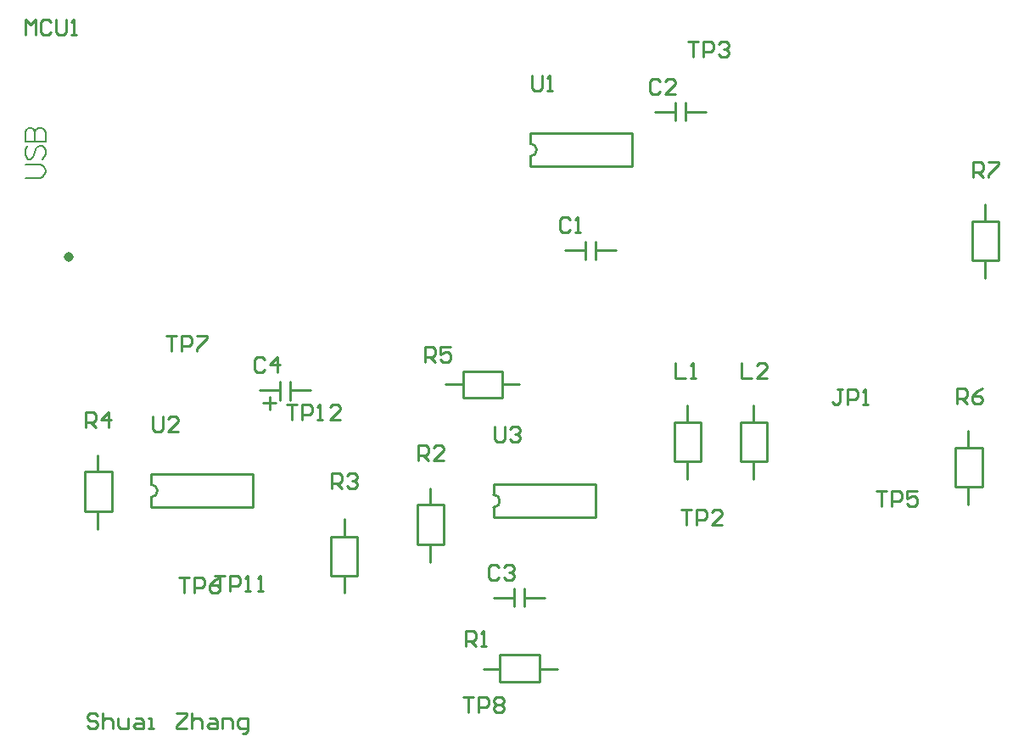
<source format=gto>
G04*
G04 #@! TF.GenerationSoftware,Altium Limited,Altium Designer,19.1.2 (11)*
G04*
G04 Layer_Color=65535*
%FSLAX43Y43*%
%MOMM*%
G71*
G01*
G75*
%ADD10C,0.254*%
%ADD11C,0.508*%
%ADD12C,0.203*%
D10*
X53467Y65024D02*
G03*
X53467Y66294I0J635D01*
G01*
X15621Y30988D02*
G03*
X15621Y32258I0J635D01*
G01*
X49784Y29972D02*
G03*
X49784Y31242I0J635D01*
G01*
X53467Y64008D02*
Y65024D01*
Y66294D02*
Y67310D01*
X63627D01*
Y64008D02*
Y67310D01*
X53467Y64008D02*
X63627D01*
X67818Y34544D02*
Y38481D01*
X70485D01*
Y34544D02*
Y38481D01*
X69088Y34544D02*
X70485D01*
X69088Y38481D02*
Y40132D01*
Y32766D02*
Y34544D01*
X67818D02*
X69088D01*
X56896Y55626D02*
X58928D01*
X60071D02*
X61976D01*
X58928Y54737D02*
Y56515D01*
X59944Y54737D02*
Y56515D01*
X65913Y69469D02*
X67945D01*
X69088D02*
X70993D01*
X67945Y68580D02*
Y70358D01*
X68961Y68580D02*
Y70358D01*
X74422Y34544D02*
Y38481D01*
X77089D01*
Y34544D02*
Y38481D01*
X75692Y34544D02*
X77089D01*
X75692Y38481D02*
Y40132D01*
Y32766D02*
Y34544D01*
X74422D02*
X75692D01*
X52832Y20955D02*
X54864D01*
X49784D02*
X51689D01*
X52832Y20066D02*
Y21844D01*
X51816Y20066D02*
Y21844D01*
X50419Y12573D02*
X54356D01*
X50419D02*
Y15240D01*
X54356D01*
Y13843D02*
Y15240D01*
X48768Y13843D02*
X50419D01*
X54356D02*
X56134D01*
X54356Y12573D02*
Y13843D01*
X46736Y43561D02*
X50673D01*
Y40894D02*
Y43561D01*
X46736Y40894D02*
X50673D01*
X46736D02*
Y42291D01*
X50673D02*
X52324D01*
X44958D02*
X46736D01*
Y43561D01*
X15621Y29972D02*
X25781D01*
Y33274D01*
X15621D02*
X25781D01*
X15621Y32258D02*
Y33274D01*
Y29972D02*
Y30988D01*
X42164Y26289D02*
Y30226D01*
X44831D01*
Y26289D02*
Y30226D01*
X43434Y26289D02*
X44831D01*
X43434Y30226D02*
Y31877D01*
Y24511D02*
Y26289D01*
X42164D02*
X43434D01*
X49784Y28956D02*
X59944D01*
Y32258D01*
X49784D02*
X59944D01*
X49784Y31242D02*
Y32258D01*
Y28956D02*
Y29972D01*
X26416Y41656D02*
X28321D01*
X29464D02*
X31496D01*
X29464Y40640D02*
Y42545D01*
X28448Y40640D02*
Y42545D01*
X26797Y40386D02*
X28067D01*
X27432Y39751D02*
Y41021D01*
X36195Y23114D02*
Y27051D01*
X33528Y23114D02*
X36195D01*
X33528D02*
Y27051D01*
X34925D01*
Y21463D02*
Y23114D01*
Y27051D02*
Y28829D01*
Y27051D02*
X36195D01*
X9017Y29591D02*
Y33528D01*
X11684D01*
Y29591D02*
Y33528D01*
X10287Y29591D02*
X11684D01*
X10287Y33528D02*
Y35179D01*
Y27813D02*
Y29591D01*
X9017D02*
X10287D01*
X95885Y32004D02*
Y35941D01*
X98552D01*
Y32004D02*
Y35941D01*
X97155Y32004D02*
X98552D01*
X97155Y35941D02*
Y37592D01*
Y30226D02*
Y32004D01*
X95885D02*
X97155D01*
X97536Y54610D02*
Y58547D01*
X100203D01*
Y54610D02*
Y58547D01*
X98806Y54610D02*
X100203D01*
X98806Y58547D02*
Y60198D01*
Y52832D02*
Y54610D01*
X97536D02*
X98806D01*
X10287Y9144D02*
X10033Y9398D01*
X9525D01*
X9271Y9144D01*
Y8890D01*
X9525Y8636D01*
X10033D01*
X10287Y8382D01*
Y8128D01*
X10033Y7874D01*
X9525D01*
X9271Y8128D01*
X10795Y9398D02*
Y7874D01*
Y8636D01*
X11048Y8890D01*
X11556D01*
X11810Y8636D01*
Y7874D01*
X12318Y8890D02*
Y8128D01*
X12572Y7874D01*
X13334D01*
Y8890D01*
X14095D02*
X14603D01*
X14857Y8636D01*
Y7874D01*
X14095D01*
X13842Y8128D01*
X14095Y8382D01*
X14857D01*
X15365Y7874D02*
X15873D01*
X15619D01*
Y8890D01*
X15365D01*
X18158Y9398D02*
X19174D01*
Y9144D01*
X18158Y8128D01*
Y7874D01*
X19174D01*
X19682Y9398D02*
Y7874D01*
Y8636D01*
X19936Y8890D01*
X20443D01*
X20697Y8636D01*
Y7874D01*
X21459Y8890D02*
X21967D01*
X22221Y8636D01*
Y7874D01*
X21459D01*
X21205Y8128D01*
X21459Y8382D01*
X22221D01*
X22729Y7874D02*
Y8890D01*
X23490D01*
X23744Y8636D01*
Y7874D01*
X24760Y7366D02*
X25014D01*
X25268Y7620D01*
Y8890D01*
X24506D01*
X24252Y8636D01*
Y8128D01*
X24506Y7874D01*
X25268D01*
X3124Y77191D02*
Y78714D01*
X3632Y78206D01*
X4140Y78714D01*
Y77191D01*
X5663Y78460D02*
X5409Y78714D01*
X4902D01*
X4648Y78460D01*
Y77445D01*
X4902Y77191D01*
X5409D01*
X5663Y77445D01*
X6171Y78714D02*
Y77445D01*
X6425Y77191D01*
X6933D01*
X7187Y77445D01*
Y78714D01*
X7695Y77191D02*
X8203D01*
X7949D01*
Y78714D01*
X7695Y78460D01*
X53594Y73126D02*
Y71857D01*
X53848Y71603D01*
X54356D01*
X54610Y71857D01*
Y73126D01*
X55118Y71603D02*
X55625D01*
X55371D01*
Y73126D01*
X55118Y72872D01*
X68561Y29722D02*
X69576D01*
X69069D01*
Y28199D01*
X70084D02*
Y29722D01*
X70846D01*
X71100Y29468D01*
Y28960D01*
X70846Y28707D01*
X70084D01*
X72623Y28199D02*
X71608D01*
X72623Y29214D01*
Y29468D01*
X72369Y29722D01*
X71862D01*
X71608Y29468D01*
X67945Y44424D02*
Y42901D01*
X68961D01*
X69469D02*
X69976D01*
X69722D01*
Y44424D01*
X69469Y44170D01*
X57429Y58674D02*
X57175Y58928D01*
X56667D01*
X56413Y58674D01*
Y57658D01*
X56667Y57404D01*
X57175D01*
X57429Y57658D01*
X57937Y57404D02*
X58445D01*
X58191D01*
Y58928D01*
X57937Y58674D01*
X69228Y76466D02*
X70243D01*
X69736D01*
Y74943D01*
X70751D02*
Y76466D01*
X71513D01*
X71767Y76212D01*
Y75704D01*
X71513Y75451D01*
X70751D01*
X72275Y76212D02*
X72529Y76466D01*
X73036D01*
X73290Y76212D01*
Y75958D01*
X73036Y75704D01*
X72783D01*
X73036D01*
X73290Y75451D01*
Y75197D01*
X73036Y74943D01*
X72529D01*
X72275Y75197D01*
X66446Y72517D02*
X66192Y72771D01*
X65684D01*
X65430Y72517D01*
Y71501D01*
X65684Y71247D01*
X66192D01*
X66446Y71501D01*
X67970Y71247D02*
X66954D01*
X67970Y72263D01*
Y72517D01*
X67716Y72771D01*
X67208D01*
X66954Y72517D01*
X74549Y44424D02*
Y42901D01*
X75565D01*
X77088D02*
X76073D01*
X77088Y43916D01*
Y44170D01*
X76834Y44424D01*
X76326D01*
X76073Y44170D01*
X84607Y41757D02*
X84099D01*
X84353D01*
Y40488D01*
X84099Y40234D01*
X83845D01*
X83591Y40488D01*
X85115Y40234D02*
Y41757D01*
X85877D01*
X86131Y41503D01*
Y40995D01*
X85877Y40741D01*
X85115D01*
X86638Y40234D02*
X87146D01*
X86892D01*
Y41757D01*
X86638Y41503D01*
X88024Y31635D02*
X89039D01*
X88532D01*
Y30112D01*
X89547D02*
Y31635D01*
X90309D01*
X90563Y31381D01*
Y30873D01*
X90309Y30620D01*
X89547D01*
X92086Y31635D02*
X91071D01*
Y30873D01*
X91579Y31127D01*
X91832D01*
X92086Y30873D01*
Y30366D01*
X91832Y30112D01*
X91325D01*
X91071Y30366D01*
X50317Y24003D02*
X50063Y24257D01*
X49555D01*
X49301Y24003D01*
Y22987D01*
X49555Y22733D01*
X50063D01*
X50317Y22987D01*
X50825Y24003D02*
X51079Y24257D01*
X51587D01*
X51841Y24003D01*
Y23749D01*
X51587Y23495D01*
X51333D01*
X51587D01*
X51841Y23241D01*
Y22987D01*
X51587Y22733D01*
X51079D01*
X50825Y22987D01*
X47015Y16129D02*
Y17653D01*
X47777D01*
X48031Y17399D01*
Y16891D01*
X47777Y16637D01*
X47015D01*
X47523D02*
X48031Y16129D01*
X48539D02*
X49047D01*
X48793D01*
Y17653D01*
X48539Y17399D01*
X46749Y11061D02*
X47764D01*
X47257D01*
Y9538D01*
X48272D02*
Y11061D01*
X49034D01*
X49288Y10807D01*
Y10299D01*
X49034Y10046D01*
X48272D01*
X49796Y10807D02*
X50050Y11061D01*
X50557D01*
X50811Y10807D01*
Y10553D01*
X50557Y10299D01*
X50811Y10046D01*
Y9792D01*
X50557Y9538D01*
X50050D01*
X49796Y9792D01*
Y10046D01*
X50050Y10299D01*
X49796Y10553D01*
Y10807D01*
X50050Y10299D02*
X50557D01*
X42951Y44450D02*
Y45974D01*
X43713D01*
X43967Y45720D01*
Y45212D01*
X43713Y44958D01*
X42951D01*
X43459D02*
X43967Y44450D01*
X45491Y45974D02*
X44475D01*
Y45212D01*
X44983Y45466D01*
X45237D01*
X45491Y45212D01*
Y44704D01*
X45237Y44450D01*
X44729D01*
X44475Y44704D01*
X15748Y39090D02*
Y37821D01*
X16002Y37567D01*
X16510D01*
X16764Y37821D01*
Y39090D01*
X18287Y37567D02*
X17272D01*
X18287Y38582D01*
Y38836D01*
X18033Y39090D01*
X17525D01*
X17272Y38836D01*
X18428Y22999D02*
X19443D01*
X18936D01*
Y21476D01*
X19951D02*
Y22999D01*
X20713D01*
X20967Y22745D01*
Y22237D01*
X20713Y21984D01*
X19951D01*
X22490Y22999D02*
X21983Y22745D01*
X21475Y22237D01*
Y21730D01*
X21729Y21476D01*
X22236D01*
X22490Y21730D01*
Y21984D01*
X22236Y22237D01*
X21475D01*
X42278Y34633D02*
Y36156D01*
X43040D01*
X43294Y35902D01*
Y35395D01*
X43040Y35141D01*
X42278D01*
X42786D02*
X43294Y34633D01*
X44817D02*
X43802D01*
X44817Y35649D01*
Y35902D01*
X44564Y36156D01*
X44056D01*
X43802Y35902D01*
X49911Y38074D02*
Y36805D01*
X50165Y36551D01*
X50673D01*
X50927Y36805D01*
Y38074D01*
X51435Y37820D02*
X51688Y38074D01*
X52196D01*
X52450Y37820D01*
Y37566D01*
X52196Y37312D01*
X51942D01*
X52196D01*
X52450Y37058D01*
Y36805D01*
X52196Y36551D01*
X51688D01*
X51435Y36805D01*
X26949Y44704D02*
X26695Y44958D01*
X26187D01*
X25933Y44704D01*
Y43688D01*
X26187Y43434D01*
X26695D01*
X26949Y43688D01*
X28219Y43434D02*
Y44958D01*
X27457Y44196D01*
X28473D01*
X33655Y31852D02*
Y33375D01*
X34417D01*
X34671Y33121D01*
Y32613D01*
X34417Y32359D01*
X33655D01*
X34163D02*
X34671Y31852D01*
X35179Y33121D02*
X35432Y33375D01*
X35940D01*
X36194Y33121D01*
Y32867D01*
X35940Y32613D01*
X35686D01*
X35940D01*
X36194Y32359D01*
Y32106D01*
X35940Y31852D01*
X35432D01*
X35179Y32106D01*
X17158Y47129D02*
X18173D01*
X17666D01*
Y45606D01*
X18681D02*
Y47129D01*
X19443D01*
X19697Y46875D01*
Y46367D01*
X19443Y46114D01*
X18681D01*
X20205Y47129D02*
X21220D01*
Y46875D01*
X20205Y45860D01*
Y45606D01*
X9131Y37935D02*
Y39458D01*
X9893D01*
X10147Y39204D01*
Y38697D01*
X9893Y38443D01*
X9131D01*
X9639D02*
X10147Y37935D01*
X11417D02*
Y39458D01*
X10655Y38697D01*
X11670D01*
X21952Y23118D02*
X22967D01*
X22460D01*
Y21595D01*
X23475D02*
Y23118D01*
X24237D01*
X24491Y22864D01*
Y22356D01*
X24237Y22103D01*
X23475D01*
X24999Y21595D02*
X25507D01*
X25253D01*
Y23118D01*
X24999Y22864D01*
X26268Y21595D02*
X26776D01*
X26522D01*
Y23118D01*
X26268Y22864D01*
X96012Y40361D02*
Y41884D01*
X96774D01*
X97028Y41630D01*
Y41122D01*
X96774Y40868D01*
X96012D01*
X96520D02*
X97028Y40361D01*
X98551Y41884D02*
X98043Y41630D01*
X97536Y41122D01*
Y40615D01*
X97789Y40361D01*
X98297D01*
X98551Y40615D01*
Y40868D01*
X98297Y41122D01*
X97536D01*
X97650Y62954D02*
Y64477D01*
X98412D01*
X98666Y64223D01*
Y63716D01*
X98412Y63462D01*
X97650D01*
X98158D02*
X98666Y62954D01*
X99174Y64477D02*
X100189D01*
Y64223D01*
X99174Y63208D01*
Y62954D01*
X29191Y40263D02*
X30206D01*
X29699D01*
Y38740D01*
X30714D02*
Y40263D01*
X31476D01*
X31730Y40009D01*
Y39501D01*
X31476Y39248D01*
X30714D01*
X32238Y38740D02*
X32746D01*
X32492D01*
Y40263D01*
X32238Y40009D01*
X34523Y38740D02*
X33507D01*
X34523Y39755D01*
Y40009D01*
X34269Y40263D01*
X33761D01*
X33507Y40009D01*
D11*
X7136Y55003D02*
X7378Y55245D01*
X7620Y55003D01*
X7378Y54761D01*
X7136Y55003D01*
D12*
X3080Y62865D02*
X4509D01*
X4794Y62960D01*
X4985Y63151D01*
X5080Y63436D01*
Y63627D01*
X4985Y63912D01*
X4794Y64103D01*
X4509Y64198D01*
X3080D01*
X3366Y66083D02*
X3176Y65893D01*
X3080Y65607D01*
Y65226D01*
X3176Y64941D01*
X3366Y64750D01*
X3557D01*
X3747Y64846D01*
X3842Y64941D01*
X3937Y65131D01*
X4128Y65702D01*
X4223Y65893D01*
X4318Y65988D01*
X4509Y66083D01*
X4794D01*
X4985Y65893D01*
X5080Y65607D01*
Y65226D01*
X4985Y64941D01*
X4794Y64750D01*
X3080Y66531D02*
X5080D01*
X3080D02*
Y67388D01*
X3176Y67674D01*
X3271Y67769D01*
X3461Y67864D01*
X3652D01*
X3842Y67769D01*
X3937Y67674D01*
X4033Y67388D01*
Y66531D02*
Y67388D01*
X4128Y67674D01*
X4223Y67769D01*
X4413Y67864D01*
X4699D01*
X4890Y67769D01*
X4985Y67674D01*
X5080Y67388D01*
Y66531D01*
M02*

</source>
